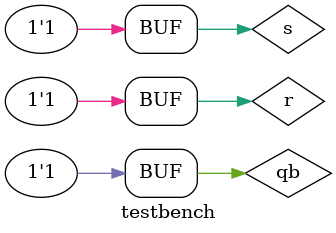
<source format=v>
module SR(s,r,qb,q,t);
input s;
input r;
input qb;
output q;
output t;

wire q1,q2;
nand na1(q1,s);
nand na2(q2,r);
nand na4(t,q2,qb);
nand na3(q,q1,t);


endmodule

module testbench();
reg s,r,qb;
wire q,t;

SR f1(s,r,qb,q,t);

initial
begin

$monitor("S = %b : R = %b : Q[1] =%b : Q = %b : Q` = %b",s,r,qb,q,t);
$dumpfile("sr.vcd");
$dumpvars;
qb = 1'b0;
s = 1'b0 ; r = 1'b0 ; #5 
s = 1'b0 ; r = 1'b1 ; #5 
s = 1'b1 ; r = 1'b0 ; #5 
s = 1'b1 ; r = 1'b1 ; #5 
s = 1'b1 ; r = 1'b1 ; #5
qb = 1'b1;
s = 1'b0 ; r = 1'b0 ; #5 
s = 1'b0 ; r = 1'b1 ; #5 
s = 1'b1 ; r = 1'b0 ; #5 
s = 1'b1 ; r = 1'b1 ; #5 
s = 1'b1 ; r = 1'b1 ; #5
s = 1'b1 ; r = 1'b1 ;
end
endmodule

</source>
